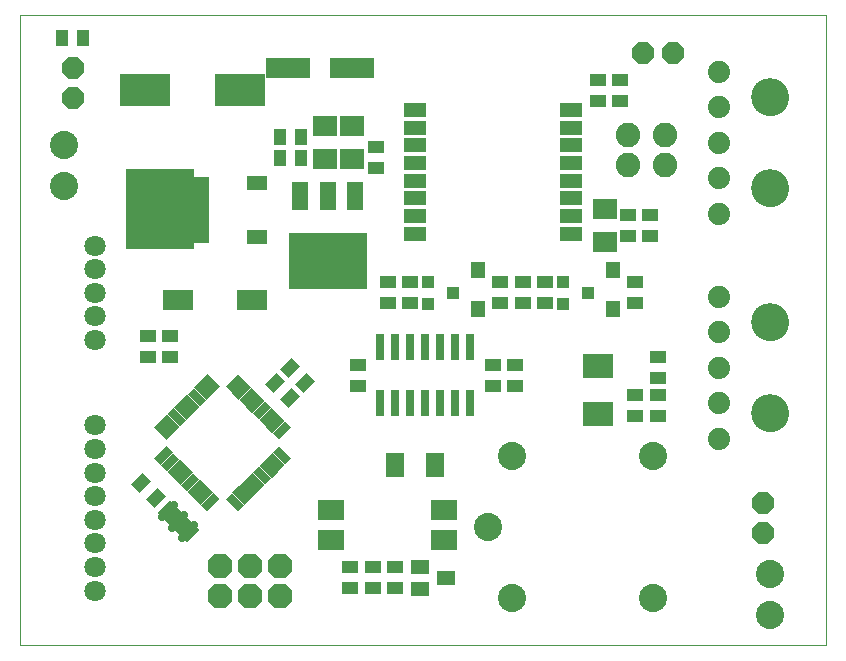
<source format=gts>
G75*
%MOIN*%
%OFA0B0*%
%FSLAX25Y25*%
%IPPOS*%
%LPD*%
%AMOC8*
5,1,8,0,0,1.08239X$1,22.5*
%
%ADD10C,0.00000*%
%ADD11R,0.22500X0.26500*%
%ADD12R,0.26000X0.19000*%
%ADD13C,0.07400*%
%ADD14C,0.12611*%
%ADD15C,0.07099*%
%ADD16R,0.04816X0.05524*%
%ADD17R,0.07493X0.04737*%
%ADD18R,0.04343X0.03950*%
%ADD19R,0.05524X0.03950*%
%ADD20R,0.05600X0.09600*%
%ADD21R,0.14973X0.09461*%
%ADD22R,0.07887X0.07099*%
%ADD23C,0.08200*%
%ADD24R,0.05800X0.03000*%
%ADD25R,0.03000X0.05800*%
%ADD26C,0.02572*%
%ADD27R,0.13760X0.06040*%
%ADD28R,0.03950X0.05524*%
%ADD29OC8,0.08200*%
%ADD30R,0.03000X0.08600*%
%ADD31R,0.06312X0.04737*%
%ADD32C,0.09400*%
%ADD33R,0.08674X0.07099*%
%ADD34R,0.06312X0.07887*%
%ADD35OC8,0.07400*%
%ADD36R,0.25209X0.22060*%
%ADD37R,0.07099X0.04737*%
%ADD38R,0.14580X0.07099*%
%ADD39R,0.16548X0.10643*%
%ADD40R,0.10249X0.07887*%
%ADD41R,0.09855X0.07099*%
D10*
X0001600Y0001600D02*
X0001600Y0211561D01*
X0270301Y0211561D01*
X0270301Y0001600D01*
X0001600Y0001600D01*
X0245694Y0078943D02*
X0245696Y0079096D01*
X0245702Y0079250D01*
X0245712Y0079403D01*
X0245726Y0079555D01*
X0245744Y0079708D01*
X0245766Y0079859D01*
X0245791Y0080010D01*
X0245821Y0080161D01*
X0245855Y0080311D01*
X0245892Y0080459D01*
X0245933Y0080607D01*
X0245978Y0080753D01*
X0246027Y0080899D01*
X0246080Y0081043D01*
X0246136Y0081185D01*
X0246196Y0081326D01*
X0246260Y0081466D01*
X0246327Y0081604D01*
X0246398Y0081740D01*
X0246473Y0081874D01*
X0246550Y0082006D01*
X0246632Y0082136D01*
X0246716Y0082264D01*
X0246804Y0082390D01*
X0246895Y0082513D01*
X0246989Y0082634D01*
X0247087Y0082752D01*
X0247187Y0082868D01*
X0247291Y0082981D01*
X0247397Y0083092D01*
X0247506Y0083200D01*
X0247618Y0083305D01*
X0247732Y0083406D01*
X0247850Y0083505D01*
X0247969Y0083601D01*
X0248091Y0083694D01*
X0248216Y0083783D01*
X0248343Y0083870D01*
X0248472Y0083952D01*
X0248603Y0084032D01*
X0248736Y0084108D01*
X0248871Y0084181D01*
X0249008Y0084250D01*
X0249147Y0084315D01*
X0249287Y0084377D01*
X0249429Y0084435D01*
X0249572Y0084490D01*
X0249717Y0084541D01*
X0249863Y0084588D01*
X0250010Y0084631D01*
X0250158Y0084670D01*
X0250307Y0084706D01*
X0250457Y0084737D01*
X0250608Y0084765D01*
X0250759Y0084789D01*
X0250912Y0084809D01*
X0251064Y0084825D01*
X0251217Y0084837D01*
X0251370Y0084845D01*
X0251523Y0084849D01*
X0251677Y0084849D01*
X0251830Y0084845D01*
X0251983Y0084837D01*
X0252136Y0084825D01*
X0252288Y0084809D01*
X0252441Y0084789D01*
X0252592Y0084765D01*
X0252743Y0084737D01*
X0252893Y0084706D01*
X0253042Y0084670D01*
X0253190Y0084631D01*
X0253337Y0084588D01*
X0253483Y0084541D01*
X0253628Y0084490D01*
X0253771Y0084435D01*
X0253913Y0084377D01*
X0254053Y0084315D01*
X0254192Y0084250D01*
X0254329Y0084181D01*
X0254464Y0084108D01*
X0254597Y0084032D01*
X0254728Y0083952D01*
X0254857Y0083870D01*
X0254984Y0083783D01*
X0255109Y0083694D01*
X0255231Y0083601D01*
X0255350Y0083505D01*
X0255468Y0083406D01*
X0255582Y0083305D01*
X0255694Y0083200D01*
X0255803Y0083092D01*
X0255909Y0082981D01*
X0256013Y0082868D01*
X0256113Y0082752D01*
X0256211Y0082634D01*
X0256305Y0082513D01*
X0256396Y0082390D01*
X0256484Y0082264D01*
X0256568Y0082136D01*
X0256650Y0082006D01*
X0256727Y0081874D01*
X0256802Y0081740D01*
X0256873Y0081604D01*
X0256940Y0081466D01*
X0257004Y0081326D01*
X0257064Y0081185D01*
X0257120Y0081043D01*
X0257173Y0080899D01*
X0257222Y0080753D01*
X0257267Y0080607D01*
X0257308Y0080459D01*
X0257345Y0080311D01*
X0257379Y0080161D01*
X0257409Y0080010D01*
X0257434Y0079859D01*
X0257456Y0079708D01*
X0257474Y0079555D01*
X0257488Y0079403D01*
X0257498Y0079250D01*
X0257504Y0079096D01*
X0257506Y0078943D01*
X0257504Y0078790D01*
X0257498Y0078636D01*
X0257488Y0078483D01*
X0257474Y0078331D01*
X0257456Y0078178D01*
X0257434Y0078027D01*
X0257409Y0077876D01*
X0257379Y0077725D01*
X0257345Y0077575D01*
X0257308Y0077427D01*
X0257267Y0077279D01*
X0257222Y0077133D01*
X0257173Y0076987D01*
X0257120Y0076843D01*
X0257064Y0076701D01*
X0257004Y0076560D01*
X0256940Y0076420D01*
X0256873Y0076282D01*
X0256802Y0076146D01*
X0256727Y0076012D01*
X0256650Y0075880D01*
X0256568Y0075750D01*
X0256484Y0075622D01*
X0256396Y0075496D01*
X0256305Y0075373D01*
X0256211Y0075252D01*
X0256113Y0075134D01*
X0256013Y0075018D01*
X0255909Y0074905D01*
X0255803Y0074794D01*
X0255694Y0074686D01*
X0255582Y0074581D01*
X0255468Y0074480D01*
X0255350Y0074381D01*
X0255231Y0074285D01*
X0255109Y0074192D01*
X0254984Y0074103D01*
X0254857Y0074016D01*
X0254728Y0073934D01*
X0254597Y0073854D01*
X0254464Y0073778D01*
X0254329Y0073705D01*
X0254192Y0073636D01*
X0254053Y0073571D01*
X0253913Y0073509D01*
X0253771Y0073451D01*
X0253628Y0073396D01*
X0253483Y0073345D01*
X0253337Y0073298D01*
X0253190Y0073255D01*
X0253042Y0073216D01*
X0252893Y0073180D01*
X0252743Y0073149D01*
X0252592Y0073121D01*
X0252441Y0073097D01*
X0252288Y0073077D01*
X0252136Y0073061D01*
X0251983Y0073049D01*
X0251830Y0073041D01*
X0251677Y0073037D01*
X0251523Y0073037D01*
X0251370Y0073041D01*
X0251217Y0073049D01*
X0251064Y0073061D01*
X0250912Y0073077D01*
X0250759Y0073097D01*
X0250608Y0073121D01*
X0250457Y0073149D01*
X0250307Y0073180D01*
X0250158Y0073216D01*
X0250010Y0073255D01*
X0249863Y0073298D01*
X0249717Y0073345D01*
X0249572Y0073396D01*
X0249429Y0073451D01*
X0249287Y0073509D01*
X0249147Y0073571D01*
X0249008Y0073636D01*
X0248871Y0073705D01*
X0248736Y0073778D01*
X0248603Y0073854D01*
X0248472Y0073934D01*
X0248343Y0074016D01*
X0248216Y0074103D01*
X0248091Y0074192D01*
X0247969Y0074285D01*
X0247850Y0074381D01*
X0247732Y0074480D01*
X0247618Y0074581D01*
X0247506Y0074686D01*
X0247397Y0074794D01*
X0247291Y0074905D01*
X0247187Y0075018D01*
X0247087Y0075134D01*
X0246989Y0075252D01*
X0246895Y0075373D01*
X0246804Y0075496D01*
X0246716Y0075622D01*
X0246632Y0075750D01*
X0246550Y0075880D01*
X0246473Y0076012D01*
X0246398Y0076146D01*
X0246327Y0076282D01*
X0246260Y0076420D01*
X0246196Y0076560D01*
X0246136Y0076701D01*
X0246080Y0076843D01*
X0246027Y0076987D01*
X0245978Y0077133D01*
X0245933Y0077279D01*
X0245892Y0077427D01*
X0245855Y0077575D01*
X0245821Y0077725D01*
X0245791Y0077876D01*
X0245766Y0078027D01*
X0245744Y0078178D01*
X0245726Y0078331D01*
X0245712Y0078483D01*
X0245702Y0078636D01*
X0245696Y0078790D01*
X0245694Y0078943D01*
X0245694Y0109257D02*
X0245696Y0109410D01*
X0245702Y0109564D01*
X0245712Y0109717D01*
X0245726Y0109869D01*
X0245744Y0110022D01*
X0245766Y0110173D01*
X0245791Y0110324D01*
X0245821Y0110475D01*
X0245855Y0110625D01*
X0245892Y0110773D01*
X0245933Y0110921D01*
X0245978Y0111067D01*
X0246027Y0111213D01*
X0246080Y0111357D01*
X0246136Y0111499D01*
X0246196Y0111640D01*
X0246260Y0111780D01*
X0246327Y0111918D01*
X0246398Y0112054D01*
X0246473Y0112188D01*
X0246550Y0112320D01*
X0246632Y0112450D01*
X0246716Y0112578D01*
X0246804Y0112704D01*
X0246895Y0112827D01*
X0246989Y0112948D01*
X0247087Y0113066D01*
X0247187Y0113182D01*
X0247291Y0113295D01*
X0247397Y0113406D01*
X0247506Y0113514D01*
X0247618Y0113619D01*
X0247732Y0113720D01*
X0247850Y0113819D01*
X0247969Y0113915D01*
X0248091Y0114008D01*
X0248216Y0114097D01*
X0248343Y0114184D01*
X0248472Y0114266D01*
X0248603Y0114346D01*
X0248736Y0114422D01*
X0248871Y0114495D01*
X0249008Y0114564D01*
X0249147Y0114629D01*
X0249287Y0114691D01*
X0249429Y0114749D01*
X0249572Y0114804D01*
X0249717Y0114855D01*
X0249863Y0114902D01*
X0250010Y0114945D01*
X0250158Y0114984D01*
X0250307Y0115020D01*
X0250457Y0115051D01*
X0250608Y0115079D01*
X0250759Y0115103D01*
X0250912Y0115123D01*
X0251064Y0115139D01*
X0251217Y0115151D01*
X0251370Y0115159D01*
X0251523Y0115163D01*
X0251677Y0115163D01*
X0251830Y0115159D01*
X0251983Y0115151D01*
X0252136Y0115139D01*
X0252288Y0115123D01*
X0252441Y0115103D01*
X0252592Y0115079D01*
X0252743Y0115051D01*
X0252893Y0115020D01*
X0253042Y0114984D01*
X0253190Y0114945D01*
X0253337Y0114902D01*
X0253483Y0114855D01*
X0253628Y0114804D01*
X0253771Y0114749D01*
X0253913Y0114691D01*
X0254053Y0114629D01*
X0254192Y0114564D01*
X0254329Y0114495D01*
X0254464Y0114422D01*
X0254597Y0114346D01*
X0254728Y0114266D01*
X0254857Y0114184D01*
X0254984Y0114097D01*
X0255109Y0114008D01*
X0255231Y0113915D01*
X0255350Y0113819D01*
X0255468Y0113720D01*
X0255582Y0113619D01*
X0255694Y0113514D01*
X0255803Y0113406D01*
X0255909Y0113295D01*
X0256013Y0113182D01*
X0256113Y0113066D01*
X0256211Y0112948D01*
X0256305Y0112827D01*
X0256396Y0112704D01*
X0256484Y0112578D01*
X0256568Y0112450D01*
X0256650Y0112320D01*
X0256727Y0112188D01*
X0256802Y0112054D01*
X0256873Y0111918D01*
X0256940Y0111780D01*
X0257004Y0111640D01*
X0257064Y0111499D01*
X0257120Y0111357D01*
X0257173Y0111213D01*
X0257222Y0111067D01*
X0257267Y0110921D01*
X0257308Y0110773D01*
X0257345Y0110625D01*
X0257379Y0110475D01*
X0257409Y0110324D01*
X0257434Y0110173D01*
X0257456Y0110022D01*
X0257474Y0109869D01*
X0257488Y0109717D01*
X0257498Y0109564D01*
X0257504Y0109410D01*
X0257506Y0109257D01*
X0257504Y0109104D01*
X0257498Y0108950D01*
X0257488Y0108797D01*
X0257474Y0108645D01*
X0257456Y0108492D01*
X0257434Y0108341D01*
X0257409Y0108190D01*
X0257379Y0108039D01*
X0257345Y0107889D01*
X0257308Y0107741D01*
X0257267Y0107593D01*
X0257222Y0107447D01*
X0257173Y0107301D01*
X0257120Y0107157D01*
X0257064Y0107015D01*
X0257004Y0106874D01*
X0256940Y0106734D01*
X0256873Y0106596D01*
X0256802Y0106460D01*
X0256727Y0106326D01*
X0256650Y0106194D01*
X0256568Y0106064D01*
X0256484Y0105936D01*
X0256396Y0105810D01*
X0256305Y0105687D01*
X0256211Y0105566D01*
X0256113Y0105448D01*
X0256013Y0105332D01*
X0255909Y0105219D01*
X0255803Y0105108D01*
X0255694Y0105000D01*
X0255582Y0104895D01*
X0255468Y0104794D01*
X0255350Y0104695D01*
X0255231Y0104599D01*
X0255109Y0104506D01*
X0254984Y0104417D01*
X0254857Y0104330D01*
X0254728Y0104248D01*
X0254597Y0104168D01*
X0254464Y0104092D01*
X0254329Y0104019D01*
X0254192Y0103950D01*
X0254053Y0103885D01*
X0253913Y0103823D01*
X0253771Y0103765D01*
X0253628Y0103710D01*
X0253483Y0103659D01*
X0253337Y0103612D01*
X0253190Y0103569D01*
X0253042Y0103530D01*
X0252893Y0103494D01*
X0252743Y0103463D01*
X0252592Y0103435D01*
X0252441Y0103411D01*
X0252288Y0103391D01*
X0252136Y0103375D01*
X0251983Y0103363D01*
X0251830Y0103355D01*
X0251677Y0103351D01*
X0251523Y0103351D01*
X0251370Y0103355D01*
X0251217Y0103363D01*
X0251064Y0103375D01*
X0250912Y0103391D01*
X0250759Y0103411D01*
X0250608Y0103435D01*
X0250457Y0103463D01*
X0250307Y0103494D01*
X0250158Y0103530D01*
X0250010Y0103569D01*
X0249863Y0103612D01*
X0249717Y0103659D01*
X0249572Y0103710D01*
X0249429Y0103765D01*
X0249287Y0103823D01*
X0249147Y0103885D01*
X0249008Y0103950D01*
X0248871Y0104019D01*
X0248736Y0104092D01*
X0248603Y0104168D01*
X0248472Y0104248D01*
X0248343Y0104330D01*
X0248216Y0104417D01*
X0248091Y0104506D01*
X0247969Y0104599D01*
X0247850Y0104695D01*
X0247732Y0104794D01*
X0247618Y0104895D01*
X0247506Y0105000D01*
X0247397Y0105108D01*
X0247291Y0105219D01*
X0247187Y0105332D01*
X0247087Y0105448D01*
X0246989Y0105566D01*
X0246895Y0105687D01*
X0246804Y0105810D01*
X0246716Y0105936D01*
X0246632Y0106064D01*
X0246550Y0106194D01*
X0246473Y0106326D01*
X0246398Y0106460D01*
X0246327Y0106596D01*
X0246260Y0106734D01*
X0246196Y0106874D01*
X0246136Y0107015D01*
X0246080Y0107157D01*
X0246027Y0107301D01*
X0245978Y0107447D01*
X0245933Y0107593D01*
X0245892Y0107741D01*
X0245855Y0107889D01*
X0245821Y0108039D01*
X0245791Y0108190D01*
X0245766Y0108341D01*
X0245744Y0108492D01*
X0245726Y0108645D01*
X0245712Y0108797D01*
X0245702Y0108950D01*
X0245696Y0109104D01*
X0245694Y0109257D01*
X0245694Y0153943D02*
X0245696Y0154096D01*
X0245702Y0154250D01*
X0245712Y0154403D01*
X0245726Y0154555D01*
X0245744Y0154708D01*
X0245766Y0154859D01*
X0245791Y0155010D01*
X0245821Y0155161D01*
X0245855Y0155311D01*
X0245892Y0155459D01*
X0245933Y0155607D01*
X0245978Y0155753D01*
X0246027Y0155899D01*
X0246080Y0156043D01*
X0246136Y0156185D01*
X0246196Y0156326D01*
X0246260Y0156466D01*
X0246327Y0156604D01*
X0246398Y0156740D01*
X0246473Y0156874D01*
X0246550Y0157006D01*
X0246632Y0157136D01*
X0246716Y0157264D01*
X0246804Y0157390D01*
X0246895Y0157513D01*
X0246989Y0157634D01*
X0247087Y0157752D01*
X0247187Y0157868D01*
X0247291Y0157981D01*
X0247397Y0158092D01*
X0247506Y0158200D01*
X0247618Y0158305D01*
X0247732Y0158406D01*
X0247850Y0158505D01*
X0247969Y0158601D01*
X0248091Y0158694D01*
X0248216Y0158783D01*
X0248343Y0158870D01*
X0248472Y0158952D01*
X0248603Y0159032D01*
X0248736Y0159108D01*
X0248871Y0159181D01*
X0249008Y0159250D01*
X0249147Y0159315D01*
X0249287Y0159377D01*
X0249429Y0159435D01*
X0249572Y0159490D01*
X0249717Y0159541D01*
X0249863Y0159588D01*
X0250010Y0159631D01*
X0250158Y0159670D01*
X0250307Y0159706D01*
X0250457Y0159737D01*
X0250608Y0159765D01*
X0250759Y0159789D01*
X0250912Y0159809D01*
X0251064Y0159825D01*
X0251217Y0159837D01*
X0251370Y0159845D01*
X0251523Y0159849D01*
X0251677Y0159849D01*
X0251830Y0159845D01*
X0251983Y0159837D01*
X0252136Y0159825D01*
X0252288Y0159809D01*
X0252441Y0159789D01*
X0252592Y0159765D01*
X0252743Y0159737D01*
X0252893Y0159706D01*
X0253042Y0159670D01*
X0253190Y0159631D01*
X0253337Y0159588D01*
X0253483Y0159541D01*
X0253628Y0159490D01*
X0253771Y0159435D01*
X0253913Y0159377D01*
X0254053Y0159315D01*
X0254192Y0159250D01*
X0254329Y0159181D01*
X0254464Y0159108D01*
X0254597Y0159032D01*
X0254728Y0158952D01*
X0254857Y0158870D01*
X0254984Y0158783D01*
X0255109Y0158694D01*
X0255231Y0158601D01*
X0255350Y0158505D01*
X0255468Y0158406D01*
X0255582Y0158305D01*
X0255694Y0158200D01*
X0255803Y0158092D01*
X0255909Y0157981D01*
X0256013Y0157868D01*
X0256113Y0157752D01*
X0256211Y0157634D01*
X0256305Y0157513D01*
X0256396Y0157390D01*
X0256484Y0157264D01*
X0256568Y0157136D01*
X0256650Y0157006D01*
X0256727Y0156874D01*
X0256802Y0156740D01*
X0256873Y0156604D01*
X0256940Y0156466D01*
X0257004Y0156326D01*
X0257064Y0156185D01*
X0257120Y0156043D01*
X0257173Y0155899D01*
X0257222Y0155753D01*
X0257267Y0155607D01*
X0257308Y0155459D01*
X0257345Y0155311D01*
X0257379Y0155161D01*
X0257409Y0155010D01*
X0257434Y0154859D01*
X0257456Y0154708D01*
X0257474Y0154555D01*
X0257488Y0154403D01*
X0257498Y0154250D01*
X0257504Y0154096D01*
X0257506Y0153943D01*
X0257504Y0153790D01*
X0257498Y0153636D01*
X0257488Y0153483D01*
X0257474Y0153331D01*
X0257456Y0153178D01*
X0257434Y0153027D01*
X0257409Y0152876D01*
X0257379Y0152725D01*
X0257345Y0152575D01*
X0257308Y0152427D01*
X0257267Y0152279D01*
X0257222Y0152133D01*
X0257173Y0151987D01*
X0257120Y0151843D01*
X0257064Y0151701D01*
X0257004Y0151560D01*
X0256940Y0151420D01*
X0256873Y0151282D01*
X0256802Y0151146D01*
X0256727Y0151012D01*
X0256650Y0150880D01*
X0256568Y0150750D01*
X0256484Y0150622D01*
X0256396Y0150496D01*
X0256305Y0150373D01*
X0256211Y0150252D01*
X0256113Y0150134D01*
X0256013Y0150018D01*
X0255909Y0149905D01*
X0255803Y0149794D01*
X0255694Y0149686D01*
X0255582Y0149581D01*
X0255468Y0149480D01*
X0255350Y0149381D01*
X0255231Y0149285D01*
X0255109Y0149192D01*
X0254984Y0149103D01*
X0254857Y0149016D01*
X0254728Y0148934D01*
X0254597Y0148854D01*
X0254464Y0148778D01*
X0254329Y0148705D01*
X0254192Y0148636D01*
X0254053Y0148571D01*
X0253913Y0148509D01*
X0253771Y0148451D01*
X0253628Y0148396D01*
X0253483Y0148345D01*
X0253337Y0148298D01*
X0253190Y0148255D01*
X0253042Y0148216D01*
X0252893Y0148180D01*
X0252743Y0148149D01*
X0252592Y0148121D01*
X0252441Y0148097D01*
X0252288Y0148077D01*
X0252136Y0148061D01*
X0251983Y0148049D01*
X0251830Y0148041D01*
X0251677Y0148037D01*
X0251523Y0148037D01*
X0251370Y0148041D01*
X0251217Y0148049D01*
X0251064Y0148061D01*
X0250912Y0148077D01*
X0250759Y0148097D01*
X0250608Y0148121D01*
X0250457Y0148149D01*
X0250307Y0148180D01*
X0250158Y0148216D01*
X0250010Y0148255D01*
X0249863Y0148298D01*
X0249717Y0148345D01*
X0249572Y0148396D01*
X0249429Y0148451D01*
X0249287Y0148509D01*
X0249147Y0148571D01*
X0249008Y0148636D01*
X0248871Y0148705D01*
X0248736Y0148778D01*
X0248603Y0148854D01*
X0248472Y0148934D01*
X0248343Y0149016D01*
X0248216Y0149103D01*
X0248091Y0149192D01*
X0247969Y0149285D01*
X0247850Y0149381D01*
X0247732Y0149480D01*
X0247618Y0149581D01*
X0247506Y0149686D01*
X0247397Y0149794D01*
X0247291Y0149905D01*
X0247187Y0150018D01*
X0247087Y0150134D01*
X0246989Y0150252D01*
X0246895Y0150373D01*
X0246804Y0150496D01*
X0246716Y0150622D01*
X0246632Y0150750D01*
X0246550Y0150880D01*
X0246473Y0151012D01*
X0246398Y0151146D01*
X0246327Y0151282D01*
X0246260Y0151420D01*
X0246196Y0151560D01*
X0246136Y0151701D01*
X0246080Y0151843D01*
X0246027Y0151987D01*
X0245978Y0152133D01*
X0245933Y0152279D01*
X0245892Y0152427D01*
X0245855Y0152575D01*
X0245821Y0152725D01*
X0245791Y0152876D01*
X0245766Y0153027D01*
X0245744Y0153178D01*
X0245726Y0153331D01*
X0245712Y0153483D01*
X0245702Y0153636D01*
X0245696Y0153790D01*
X0245694Y0153943D01*
X0245694Y0184257D02*
X0245696Y0184410D01*
X0245702Y0184564D01*
X0245712Y0184717D01*
X0245726Y0184869D01*
X0245744Y0185022D01*
X0245766Y0185173D01*
X0245791Y0185324D01*
X0245821Y0185475D01*
X0245855Y0185625D01*
X0245892Y0185773D01*
X0245933Y0185921D01*
X0245978Y0186067D01*
X0246027Y0186213D01*
X0246080Y0186357D01*
X0246136Y0186499D01*
X0246196Y0186640D01*
X0246260Y0186780D01*
X0246327Y0186918D01*
X0246398Y0187054D01*
X0246473Y0187188D01*
X0246550Y0187320D01*
X0246632Y0187450D01*
X0246716Y0187578D01*
X0246804Y0187704D01*
X0246895Y0187827D01*
X0246989Y0187948D01*
X0247087Y0188066D01*
X0247187Y0188182D01*
X0247291Y0188295D01*
X0247397Y0188406D01*
X0247506Y0188514D01*
X0247618Y0188619D01*
X0247732Y0188720D01*
X0247850Y0188819D01*
X0247969Y0188915D01*
X0248091Y0189008D01*
X0248216Y0189097D01*
X0248343Y0189184D01*
X0248472Y0189266D01*
X0248603Y0189346D01*
X0248736Y0189422D01*
X0248871Y0189495D01*
X0249008Y0189564D01*
X0249147Y0189629D01*
X0249287Y0189691D01*
X0249429Y0189749D01*
X0249572Y0189804D01*
X0249717Y0189855D01*
X0249863Y0189902D01*
X0250010Y0189945D01*
X0250158Y0189984D01*
X0250307Y0190020D01*
X0250457Y0190051D01*
X0250608Y0190079D01*
X0250759Y0190103D01*
X0250912Y0190123D01*
X0251064Y0190139D01*
X0251217Y0190151D01*
X0251370Y0190159D01*
X0251523Y0190163D01*
X0251677Y0190163D01*
X0251830Y0190159D01*
X0251983Y0190151D01*
X0252136Y0190139D01*
X0252288Y0190123D01*
X0252441Y0190103D01*
X0252592Y0190079D01*
X0252743Y0190051D01*
X0252893Y0190020D01*
X0253042Y0189984D01*
X0253190Y0189945D01*
X0253337Y0189902D01*
X0253483Y0189855D01*
X0253628Y0189804D01*
X0253771Y0189749D01*
X0253913Y0189691D01*
X0254053Y0189629D01*
X0254192Y0189564D01*
X0254329Y0189495D01*
X0254464Y0189422D01*
X0254597Y0189346D01*
X0254728Y0189266D01*
X0254857Y0189184D01*
X0254984Y0189097D01*
X0255109Y0189008D01*
X0255231Y0188915D01*
X0255350Y0188819D01*
X0255468Y0188720D01*
X0255582Y0188619D01*
X0255694Y0188514D01*
X0255803Y0188406D01*
X0255909Y0188295D01*
X0256013Y0188182D01*
X0256113Y0188066D01*
X0256211Y0187948D01*
X0256305Y0187827D01*
X0256396Y0187704D01*
X0256484Y0187578D01*
X0256568Y0187450D01*
X0256650Y0187320D01*
X0256727Y0187188D01*
X0256802Y0187054D01*
X0256873Y0186918D01*
X0256940Y0186780D01*
X0257004Y0186640D01*
X0257064Y0186499D01*
X0257120Y0186357D01*
X0257173Y0186213D01*
X0257222Y0186067D01*
X0257267Y0185921D01*
X0257308Y0185773D01*
X0257345Y0185625D01*
X0257379Y0185475D01*
X0257409Y0185324D01*
X0257434Y0185173D01*
X0257456Y0185022D01*
X0257474Y0184869D01*
X0257488Y0184717D01*
X0257498Y0184564D01*
X0257504Y0184410D01*
X0257506Y0184257D01*
X0257504Y0184104D01*
X0257498Y0183950D01*
X0257488Y0183797D01*
X0257474Y0183645D01*
X0257456Y0183492D01*
X0257434Y0183341D01*
X0257409Y0183190D01*
X0257379Y0183039D01*
X0257345Y0182889D01*
X0257308Y0182741D01*
X0257267Y0182593D01*
X0257222Y0182447D01*
X0257173Y0182301D01*
X0257120Y0182157D01*
X0257064Y0182015D01*
X0257004Y0181874D01*
X0256940Y0181734D01*
X0256873Y0181596D01*
X0256802Y0181460D01*
X0256727Y0181326D01*
X0256650Y0181194D01*
X0256568Y0181064D01*
X0256484Y0180936D01*
X0256396Y0180810D01*
X0256305Y0180687D01*
X0256211Y0180566D01*
X0256113Y0180448D01*
X0256013Y0180332D01*
X0255909Y0180219D01*
X0255803Y0180108D01*
X0255694Y0180000D01*
X0255582Y0179895D01*
X0255468Y0179794D01*
X0255350Y0179695D01*
X0255231Y0179599D01*
X0255109Y0179506D01*
X0254984Y0179417D01*
X0254857Y0179330D01*
X0254728Y0179248D01*
X0254597Y0179168D01*
X0254464Y0179092D01*
X0254329Y0179019D01*
X0254192Y0178950D01*
X0254053Y0178885D01*
X0253913Y0178823D01*
X0253771Y0178765D01*
X0253628Y0178710D01*
X0253483Y0178659D01*
X0253337Y0178612D01*
X0253190Y0178569D01*
X0253042Y0178530D01*
X0252893Y0178494D01*
X0252743Y0178463D01*
X0252592Y0178435D01*
X0252441Y0178411D01*
X0252288Y0178391D01*
X0252136Y0178375D01*
X0251983Y0178363D01*
X0251830Y0178355D01*
X0251677Y0178351D01*
X0251523Y0178351D01*
X0251370Y0178355D01*
X0251217Y0178363D01*
X0251064Y0178375D01*
X0250912Y0178391D01*
X0250759Y0178411D01*
X0250608Y0178435D01*
X0250457Y0178463D01*
X0250307Y0178494D01*
X0250158Y0178530D01*
X0250010Y0178569D01*
X0249863Y0178612D01*
X0249717Y0178659D01*
X0249572Y0178710D01*
X0249429Y0178765D01*
X0249287Y0178823D01*
X0249147Y0178885D01*
X0249008Y0178950D01*
X0248871Y0179019D01*
X0248736Y0179092D01*
X0248603Y0179168D01*
X0248472Y0179248D01*
X0248343Y0179330D01*
X0248216Y0179417D01*
X0248091Y0179506D01*
X0247969Y0179599D01*
X0247850Y0179695D01*
X0247732Y0179794D01*
X0247618Y0179895D01*
X0247506Y0180000D01*
X0247397Y0180108D01*
X0247291Y0180219D01*
X0247187Y0180332D01*
X0247087Y0180448D01*
X0246989Y0180566D01*
X0246895Y0180687D01*
X0246804Y0180810D01*
X0246716Y0180936D01*
X0246632Y0181064D01*
X0246550Y0181194D01*
X0246473Y0181326D01*
X0246398Y0181460D01*
X0246327Y0181596D01*
X0246260Y0181734D01*
X0246196Y0181874D01*
X0246136Y0182015D01*
X0246080Y0182157D01*
X0246027Y0182301D01*
X0245978Y0182447D01*
X0245933Y0182593D01*
X0245892Y0182741D01*
X0245855Y0182889D01*
X0245821Y0183039D01*
X0245791Y0183190D01*
X0245766Y0183341D01*
X0245744Y0183492D01*
X0245726Y0183645D01*
X0245712Y0183797D01*
X0245702Y0183950D01*
X0245696Y0184104D01*
X0245694Y0184257D01*
D11*
X0048350Y0146850D03*
D12*
X0104100Y0129600D03*
D13*
X0234592Y0117722D03*
X0234592Y0105911D03*
X0234592Y0094100D03*
X0234592Y0082289D03*
X0234592Y0070478D03*
X0234592Y0145478D03*
X0234592Y0157289D03*
X0234592Y0169100D03*
X0234592Y0180911D03*
X0234592Y0192722D03*
D14*
X0251600Y0184257D03*
X0251600Y0153943D03*
X0251600Y0109257D03*
X0251600Y0078943D03*
D15*
X0026600Y0074907D03*
X0026600Y0067033D03*
X0026600Y0059159D03*
X0026600Y0051285D03*
X0026600Y0043411D03*
X0026600Y0035537D03*
X0026600Y0027663D03*
X0026600Y0019789D03*
X0026600Y0103352D03*
X0026600Y0111226D03*
X0026600Y0119100D03*
X0026600Y0126974D03*
X0026600Y0134848D03*
D16*
X0154100Y0126537D03*
X0154100Y0113663D03*
X0199100Y0113663D03*
X0199100Y0126537D03*
D17*
X0185084Y0138726D03*
X0185084Y0144631D03*
X0185084Y0150537D03*
X0185084Y0156443D03*
X0185084Y0162348D03*
X0185084Y0168254D03*
X0185084Y0174159D03*
X0185084Y0180065D03*
X0133116Y0180065D03*
X0133116Y0174159D03*
X0133116Y0168254D03*
X0133116Y0162348D03*
X0133116Y0156443D03*
X0133116Y0150537D03*
X0133116Y0144631D03*
X0133116Y0138726D03*
D18*
X0137663Y0122840D03*
X0137663Y0115360D03*
X0145931Y0119100D03*
X0182663Y0115360D03*
X0182663Y0122840D03*
X0190931Y0119100D03*
D19*
X0206600Y0115557D03*
X0206600Y0122643D03*
X0204100Y0138057D03*
X0211600Y0138057D03*
X0211600Y0145143D03*
X0204100Y0145143D03*
X0176600Y0122643D03*
X0169100Y0122643D03*
X0169100Y0115557D03*
X0176600Y0115557D03*
X0161600Y0115557D03*
X0161600Y0122643D03*
X0131600Y0122643D03*
X0131600Y0115557D03*
X0124100Y0115557D03*
X0124100Y0122643D03*
X0114100Y0095143D03*
X0114100Y0088057D03*
X0159100Y0088057D03*
X0159100Y0095143D03*
X0166600Y0095143D03*
X0166600Y0088057D03*
X0206600Y0085143D03*
X0206600Y0078057D03*
X0214100Y0078057D03*
X0214100Y0085143D03*
X0214100Y0090557D03*
X0214100Y0097643D03*
X0126600Y0027643D03*
X0126600Y0020557D03*
X0119100Y0020557D03*
X0119100Y0027643D03*
X0111600Y0027643D03*
X0111600Y0020557D03*
X0051600Y0097557D03*
X0044100Y0097557D03*
X0044100Y0104643D03*
X0051600Y0104643D03*
X0120100Y0160557D03*
X0120100Y0167643D03*
X0194100Y0183057D03*
X0201600Y0183057D03*
X0201600Y0190143D03*
X0194100Y0190143D03*
D20*
X0113200Y0151300D03*
X0104100Y0151300D03*
X0095000Y0151300D03*
D21*
X0104100Y0126899D03*
D22*
X0103100Y0163588D03*
X0112100Y0163588D03*
X0112100Y0174612D03*
X0103100Y0174612D03*
X0196600Y0147112D03*
X0196600Y0136088D03*
D23*
X0204100Y0161600D03*
X0204100Y0171600D03*
X0216600Y0171600D03*
X0216600Y0161600D03*
D24*
G36*
X0091956Y0074244D02*
X0087856Y0070144D01*
X0085734Y0072266D01*
X0089834Y0076366D01*
X0091956Y0074244D01*
G37*
G36*
X0089729Y0076471D02*
X0085629Y0072371D01*
X0083507Y0074493D01*
X0087607Y0078593D01*
X0089729Y0076471D01*
G37*
G36*
X0087502Y0078698D02*
X0083402Y0074598D01*
X0081280Y0076720D01*
X0085380Y0080820D01*
X0087502Y0078698D01*
G37*
G36*
X0085275Y0080926D02*
X0081175Y0076826D01*
X0079053Y0078948D01*
X0083153Y0083048D01*
X0085275Y0080926D01*
G37*
G36*
X0083048Y0083153D02*
X0078948Y0079053D01*
X0076826Y0081175D01*
X0080926Y0085275D01*
X0083048Y0083153D01*
G37*
G36*
X0080820Y0085380D02*
X0076720Y0081280D01*
X0074598Y0083402D01*
X0078698Y0087502D01*
X0080820Y0085380D01*
G37*
G36*
X0078593Y0087607D02*
X0074493Y0083507D01*
X0072371Y0085629D01*
X0076471Y0089729D01*
X0078593Y0087607D01*
G37*
G36*
X0076366Y0089834D02*
X0072266Y0085734D01*
X0070144Y0087856D01*
X0074244Y0091956D01*
X0076366Y0089834D01*
G37*
G36*
X0052466Y0065934D02*
X0048366Y0061834D01*
X0046244Y0063956D01*
X0050344Y0068056D01*
X0052466Y0065934D01*
G37*
G36*
X0054693Y0063707D02*
X0050593Y0059607D01*
X0048471Y0061729D01*
X0052571Y0065829D01*
X0054693Y0063707D01*
G37*
G36*
X0056920Y0061480D02*
X0052820Y0057380D01*
X0050698Y0059502D01*
X0054798Y0063602D01*
X0056920Y0061480D01*
G37*
G36*
X0059147Y0059252D02*
X0055047Y0055152D01*
X0052925Y0057274D01*
X0057025Y0061374D01*
X0059147Y0059252D01*
G37*
G36*
X0061374Y0057025D02*
X0057274Y0052925D01*
X0055152Y0055047D01*
X0059252Y0059147D01*
X0061374Y0057025D01*
G37*
G36*
X0063602Y0054798D02*
X0059502Y0050698D01*
X0057380Y0052820D01*
X0061480Y0056920D01*
X0063602Y0054798D01*
G37*
G36*
X0065829Y0052571D02*
X0061729Y0048471D01*
X0059607Y0050593D01*
X0063707Y0054693D01*
X0065829Y0052571D01*
G37*
G36*
X0068056Y0050344D02*
X0063956Y0046244D01*
X0061834Y0048366D01*
X0065934Y0052466D01*
X0068056Y0050344D01*
G37*
D25*
G36*
X0076366Y0048366D02*
X0074244Y0046244D01*
X0070144Y0050344D01*
X0072266Y0052466D01*
X0076366Y0048366D01*
G37*
G36*
X0078593Y0050593D02*
X0076471Y0048471D01*
X0072371Y0052571D01*
X0074493Y0054693D01*
X0078593Y0050593D01*
G37*
G36*
X0080820Y0052820D02*
X0078698Y0050698D01*
X0074598Y0054798D01*
X0076720Y0056920D01*
X0080820Y0052820D01*
G37*
G36*
X0083048Y0055047D02*
X0080926Y0052925D01*
X0076826Y0057025D01*
X0078948Y0059147D01*
X0083048Y0055047D01*
G37*
G36*
X0085275Y0057274D02*
X0083153Y0055152D01*
X0079053Y0059252D01*
X0081175Y0061374D01*
X0085275Y0057274D01*
G37*
G36*
X0087502Y0059502D02*
X0085380Y0057380D01*
X0081280Y0061480D01*
X0083402Y0063602D01*
X0087502Y0059502D01*
G37*
G36*
X0089729Y0061729D02*
X0087607Y0059607D01*
X0083507Y0063707D01*
X0085629Y0065829D01*
X0089729Y0061729D01*
G37*
G36*
X0091956Y0063956D02*
X0089834Y0061834D01*
X0085734Y0065934D01*
X0087856Y0068056D01*
X0091956Y0063956D01*
G37*
G36*
X0065829Y0085629D02*
X0063707Y0083507D01*
X0059607Y0087607D01*
X0061729Y0089729D01*
X0065829Y0085629D01*
G37*
G36*
X0068056Y0087856D02*
X0065934Y0085734D01*
X0061834Y0089834D01*
X0063956Y0091956D01*
X0068056Y0087856D01*
G37*
G36*
X0063602Y0083402D02*
X0061480Y0081280D01*
X0057380Y0085380D01*
X0059502Y0087502D01*
X0063602Y0083402D01*
G37*
G36*
X0061374Y0081175D02*
X0059252Y0079053D01*
X0055152Y0083153D01*
X0057274Y0085275D01*
X0061374Y0081175D01*
G37*
G36*
X0059147Y0078948D02*
X0057025Y0076826D01*
X0052925Y0080926D01*
X0055047Y0083048D01*
X0059147Y0078948D01*
G37*
G36*
X0056920Y0076720D02*
X0054798Y0074598D01*
X0050698Y0078698D01*
X0052820Y0080820D01*
X0056920Y0076720D01*
G37*
G36*
X0054693Y0074493D02*
X0052571Y0072371D01*
X0048471Y0076471D01*
X0050593Y0078593D01*
X0054693Y0074493D01*
G37*
G36*
X0052466Y0072266D02*
X0050344Y0070144D01*
X0046244Y0074244D01*
X0048366Y0076366D01*
X0052466Y0072266D01*
G37*
D26*
X0053017Y0048233D02*
X0048967Y0044183D01*
X0052307Y0040843D02*
X0056357Y0044893D01*
X0059698Y0041552D02*
X0055648Y0037502D01*
D27*
G36*
X0057047Y0035868D02*
X0047318Y0045597D01*
X0051589Y0049868D01*
X0061318Y0040139D01*
X0057047Y0035868D01*
G37*
D28*
G36*
X0047308Y0054090D02*
X0050101Y0051297D01*
X0046196Y0047392D01*
X0043403Y0050185D01*
X0047308Y0054090D01*
G37*
G36*
X0042297Y0059101D02*
X0045090Y0056308D01*
X0041185Y0052403D01*
X0038392Y0055196D01*
X0042297Y0059101D01*
G37*
G36*
X0086039Y0085756D02*
X0083246Y0088549D01*
X0087151Y0092454D01*
X0089944Y0089661D01*
X0086039Y0085756D01*
G37*
G36*
X0091049Y0080746D02*
X0088256Y0083539D01*
X0092161Y0087444D01*
X0094954Y0084651D01*
X0091049Y0080746D01*
G37*
G36*
X0096049Y0085746D02*
X0093256Y0088539D01*
X0097161Y0092444D01*
X0099954Y0089651D01*
X0096049Y0085746D01*
G37*
G36*
X0091039Y0090756D02*
X0088246Y0093549D01*
X0092151Y0097454D01*
X0094944Y0094661D01*
X0091039Y0090756D01*
G37*
X0088057Y0164100D03*
X0095143Y0164100D03*
X0095143Y0171100D03*
X0088057Y0171100D03*
X0022643Y0204100D03*
X0015557Y0204100D03*
D29*
X0068064Y0028064D03*
X0078064Y0028064D03*
X0088064Y0028064D03*
X0088064Y0018064D03*
X0078064Y0018064D03*
X0068064Y0018064D03*
D30*
X0121600Y0082300D03*
X0126600Y0082300D03*
X0131600Y0082300D03*
X0136600Y0082300D03*
X0141600Y0082300D03*
X0146600Y0082300D03*
X0151600Y0082300D03*
X0151600Y0100900D03*
X0146600Y0100900D03*
X0141600Y0100900D03*
X0136600Y0100900D03*
X0131600Y0100900D03*
X0126600Y0100900D03*
X0121600Y0100900D03*
D31*
X0134769Y0027840D03*
X0143431Y0024100D03*
X0134769Y0020360D03*
D32*
X0157506Y0041128D03*
X0165380Y0064750D03*
X0212624Y0064750D03*
X0251600Y0025380D03*
X0251600Y0011600D03*
X0212624Y0017506D03*
X0165380Y0017506D03*
X0016100Y0154600D03*
X0016100Y0168380D03*
D33*
X0105320Y0046600D03*
X0105320Y0036600D03*
X0142880Y0036600D03*
X0142880Y0046600D03*
D34*
X0139793Y0061600D03*
X0126407Y0061600D03*
D35*
X0249100Y0049100D03*
X0249100Y0039100D03*
X0219100Y0199100D03*
X0209100Y0199100D03*
X0019100Y0194100D03*
X0019100Y0184100D03*
D36*
X0051757Y0146600D03*
D37*
X0080498Y0137624D03*
X0080498Y0155576D03*
D38*
X0090970Y0194100D03*
X0112230Y0194100D03*
D39*
X0074848Y0186600D03*
X0043352Y0186600D03*
D40*
X0194100Y0094572D03*
X0194100Y0078628D03*
D41*
X0079002Y0116600D03*
X0054198Y0116600D03*
M02*

</source>
